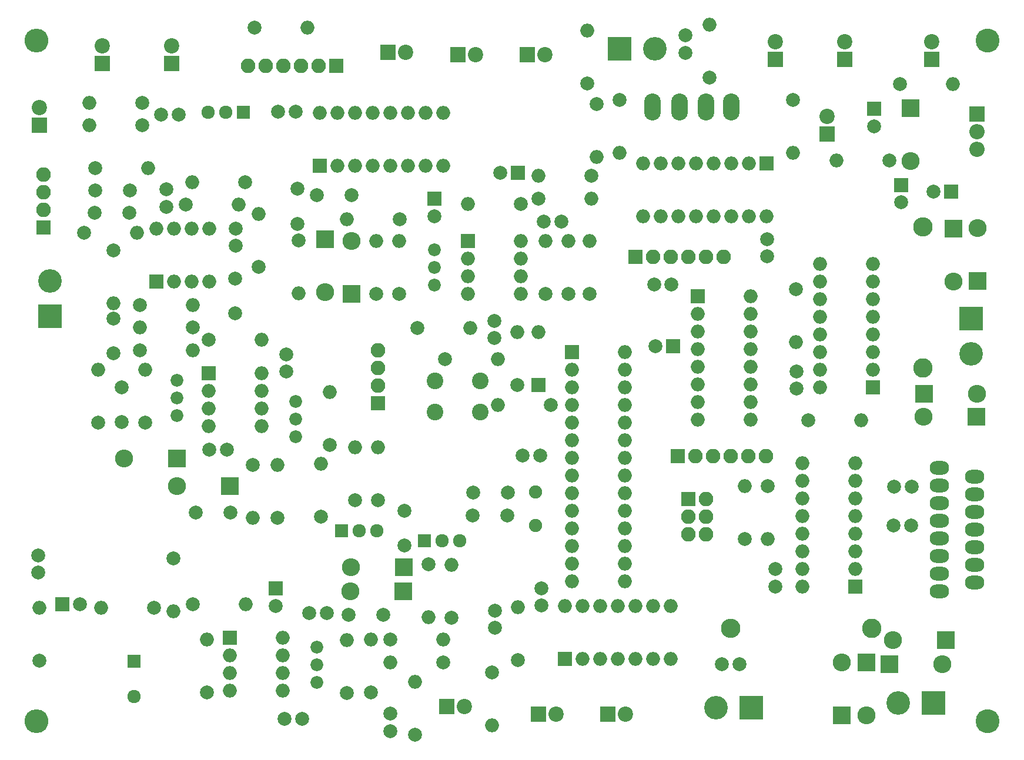
<source format=gbr>
G04 #@! TF.FileFunction,Soldermask,Top*
%FSLAX46Y46*%
G04 Gerber Fmt 4.6, Leading zero omitted, Abs format (unit mm)*
G04 Created by KiCad (PCBNEW 4.0.7) date 09/23/21 19:20:18*
%MOMM*%
%LPD*%
G01*
G04 APERTURE LIST*
%ADD10C,0.100000*%
%ADD11R,2.000000X2.000000*%
%ADD12O,2.000000X2.000000*%
%ADD13C,2.000000*%
%ADD14C,2.800000*%
%ADD15O,2.800000X2.800000*%
%ADD16O,2.400000X3.900000*%
%ADD17R,2.600000X2.600000*%
%ADD18O,2.600000X2.600000*%
%ADD19R,2.200000X2.200000*%
%ADD20C,2.200000*%
%ADD21R,3.400000X3.400000*%
%ADD22C,3.400000*%
%ADD23R,2.100000X2.100000*%
%ADD24O,2.100000X2.100000*%
%ADD25R,1.924000X1.924000*%
%ADD26C,1.924000*%
%ADD27C,1.920000*%
%ADD28R,1.920000X1.920000*%
%ADD29C,1.840000*%
%ADD30C,2.400000*%
%ADD31O,2.200000X2.200000*%
%ADD32O,2.800000X2.000000*%
%ADD33C,1.900000*%
%ADD34C,3.448000*%
%ADD35O,3.448000X3.448000*%
G04 APERTURE END LIST*
D10*
D11*
X135120000Y-132040000D03*
D12*
X150360000Y-124420000D03*
X137660000Y-132040000D03*
X147820000Y-124420000D03*
X140200000Y-132040000D03*
X145280000Y-124420000D03*
X142740000Y-132040000D03*
X142740000Y-124420000D03*
X145280000Y-132040000D03*
X140200000Y-124420000D03*
X147820000Y-132040000D03*
X137660000Y-124420000D03*
X150360000Y-132040000D03*
X135120000Y-124420000D03*
D13*
X118800000Y-126090000D03*
D12*
X118800000Y-118470000D03*
D11*
X76310000Y-77720000D03*
D12*
X83930000Y-70100000D03*
X78850000Y-77720000D03*
X81390000Y-70100000D03*
X81390000Y-77720000D03*
X78850000Y-70100000D03*
X83930000Y-77720000D03*
X76310000Y-70100000D03*
D14*
X179340000Y-127670000D03*
D15*
X159020000Y-127670000D03*
D16*
X151666000Y-52578000D03*
X147716000Y-52578000D03*
X155416000Y-52578000D03*
X159116000Y-52578000D03*
D11*
X183600000Y-63800000D03*
D13*
X183600000Y-66300000D03*
X124968000Y-85852000D03*
X124968000Y-83352000D03*
D11*
X179675000Y-52800000D03*
D13*
X179675000Y-55300000D03*
X131550000Y-102775000D03*
X129050000Y-102775000D03*
X168450000Y-93140000D03*
X168450000Y-90640000D03*
X165400000Y-121590000D03*
X165400000Y-119090000D03*
X121880000Y-108050000D03*
X126880000Y-108050000D03*
X121840000Y-111400000D03*
X126840000Y-111400000D03*
X184990000Y-112850000D03*
X182490000Y-112850000D03*
X98298000Y-125476000D03*
X100798000Y-125476000D03*
X147970000Y-78120000D03*
X150470000Y-78120000D03*
D11*
X62738000Y-124206000D03*
D13*
X65238000Y-124206000D03*
D11*
X128330000Y-62030000D03*
D13*
X125830000Y-62030000D03*
D11*
X93472000Y-121920000D03*
D13*
X93472000Y-124420000D03*
X103990000Y-125730000D03*
X108990000Y-125730000D03*
X112014000Y-110744000D03*
X112014000Y-115744000D03*
X164290000Y-71570000D03*
X164290000Y-74070000D03*
X59280000Y-119630000D03*
X59280000Y-117130000D03*
X132080000Y-69088000D03*
X134580000Y-69088000D03*
D11*
X150680000Y-87010000D03*
D13*
X148180000Y-87010000D03*
D11*
X116332000Y-65786000D03*
D13*
X116332000Y-68286000D03*
X104380000Y-65270000D03*
X99380000Y-65270000D03*
X96620000Y-69350000D03*
X96620000Y-64350000D03*
X77760000Y-66920000D03*
X77760000Y-64420000D03*
X94996000Y-90678000D03*
X94996000Y-88178000D03*
X70070000Y-83020000D03*
X70070000Y-88020000D03*
X87630000Y-82296000D03*
X87630000Y-77296000D03*
X71300000Y-97960000D03*
X71300000Y-92960000D03*
X86410000Y-101880000D03*
X83910000Y-101880000D03*
X81980000Y-110980000D03*
X86980000Y-110980000D03*
D11*
X131350000Y-92570000D03*
D12*
X131350000Y-84950000D03*
D17*
X184900000Y-52730000D03*
D18*
X184900000Y-60350000D03*
D19*
X172920000Y-56410000D03*
D20*
X172920000Y-53870000D03*
D17*
X191110000Y-70070000D03*
D18*
X191110000Y-77690000D03*
D17*
X194600000Y-77620000D03*
D18*
X194600000Y-70000000D03*
D17*
X178562000Y-132588000D03*
D18*
X178562000Y-140208000D03*
D17*
X175006000Y-140208000D03*
D18*
X175006000Y-132588000D03*
D17*
X186860000Y-93820000D03*
D18*
X194480000Y-93820000D03*
D17*
X194410000Y-97180000D03*
D18*
X186790000Y-97180000D03*
D17*
X181864000Y-132842000D03*
D18*
X189484000Y-132842000D03*
D17*
X190000000Y-129300000D03*
D18*
X182380000Y-129300000D03*
D19*
X175450000Y-45710000D03*
D20*
X175450000Y-43170000D03*
D19*
X131280000Y-139980000D03*
D20*
X133820000Y-139980000D03*
D19*
X68500000Y-46280000D03*
D20*
X68500000Y-43740000D03*
D19*
X119720000Y-45000000D03*
D20*
X122260000Y-45000000D03*
D21*
X143002000Y-44196000D03*
D22*
X148082000Y-44196000D03*
D23*
X108240000Y-95190000D03*
D24*
X108240000Y-92650000D03*
X108240000Y-90110000D03*
X108240000Y-87570000D03*
D23*
X152925000Y-109050000D03*
D24*
X155465000Y-109050000D03*
X152925000Y-111590000D03*
X155465000Y-111590000D03*
X152925000Y-114130000D03*
X155465000Y-114130000D03*
D21*
X193610000Y-83050000D03*
D22*
X193610000Y-88130000D03*
D21*
X188214000Y-138430000D03*
D22*
X183134000Y-138430000D03*
D21*
X161960000Y-139070000D03*
D22*
X156880000Y-139070000D03*
D21*
X60970000Y-82700000D03*
D22*
X60970000Y-77620000D03*
D25*
X73100000Y-132410000D03*
D26*
X73100000Y-137490000D03*
D19*
X118110000Y-138938000D03*
D20*
X120650000Y-138938000D03*
D19*
X187960000Y-45720000D03*
D20*
X187960000Y-43180000D03*
D19*
X59450000Y-55175000D03*
D20*
X59450000Y-52635000D03*
D19*
X109610000Y-44650000D03*
D20*
X112150000Y-44650000D03*
D19*
X165430000Y-45710000D03*
D20*
X165430000Y-43170000D03*
D19*
X141290000Y-139980000D03*
D20*
X143830000Y-139980000D03*
D19*
X78500000Y-46280000D03*
D20*
X78500000Y-43740000D03*
D19*
X129730000Y-45000000D03*
D20*
X132270000Y-45000000D03*
D27*
X117400000Y-115060000D03*
X119940000Y-115060000D03*
D28*
X114860000Y-115060000D03*
D27*
X105465000Y-113550000D03*
X108005000Y-113550000D03*
D28*
X102925000Y-113550000D03*
D13*
X113860000Y-84380000D03*
D12*
X121480000Y-84380000D03*
D13*
X117856000Y-88900000D03*
D12*
X125476000Y-88900000D03*
D13*
X128240000Y-92590000D03*
D12*
X128240000Y-84970000D03*
D13*
X181825000Y-60275000D03*
D12*
X174205000Y-60275000D03*
D13*
X59436000Y-132334000D03*
D12*
X59436000Y-124714000D03*
D13*
X138938000Y-62484000D03*
D12*
X131318000Y-62484000D03*
D13*
X131318000Y-65786000D03*
D12*
X138938000Y-65786000D03*
D13*
X75946000Y-124714000D03*
D12*
X68326000Y-124714000D03*
D13*
X83566000Y-136906000D03*
D12*
X83566000Y-129286000D03*
D13*
X78740000Y-117602000D03*
D12*
X78740000Y-125222000D03*
D14*
X186690000Y-90170000D03*
D15*
X186690000Y-69850000D03*
D13*
X164338000Y-107188000D03*
D12*
X164338000Y-114808000D03*
D13*
X81534000Y-124206000D03*
D12*
X89154000Y-124206000D03*
D13*
X170190000Y-97690000D03*
D12*
X177810000Y-97690000D03*
D13*
X103750000Y-136970000D03*
D12*
X103750000Y-129350000D03*
D13*
X107188000Y-136906000D03*
D12*
X107188000Y-129286000D03*
D13*
X115500000Y-118380000D03*
D12*
X115500000Y-126000000D03*
D13*
X117602000Y-132588000D03*
D12*
X109982000Y-132588000D03*
D13*
X168420000Y-78820000D03*
D12*
X168420000Y-86440000D03*
D13*
X109982000Y-129286000D03*
D12*
X117602000Y-129286000D03*
D13*
X138340000Y-49130000D03*
D12*
X138340000Y-41510000D03*
D13*
X111340000Y-68700000D03*
D12*
X103720000Y-68700000D03*
D13*
X74270000Y-51920000D03*
D12*
X66650000Y-51920000D03*
D13*
X124610000Y-133970000D03*
D12*
X124610000Y-141590000D03*
D13*
X83820000Y-86106000D03*
D12*
X91440000Y-86106000D03*
D13*
X155990000Y-48340000D03*
D12*
X155990000Y-40720000D03*
D13*
X90424000Y-41148000D03*
D12*
X98044000Y-41148000D03*
D13*
X74290000Y-55170000D03*
D12*
X66670000Y-55170000D03*
D13*
X183388000Y-49276000D03*
D12*
X191008000Y-49276000D03*
D13*
X113500000Y-143000000D03*
D12*
X113500000Y-135380000D03*
D13*
X167950000Y-51520000D03*
D12*
X167950000Y-59140000D03*
D13*
X161036000Y-114808000D03*
D12*
X161036000Y-107188000D03*
D13*
X139710000Y-52120000D03*
D12*
X139710000Y-59740000D03*
D13*
X143002000Y-51562000D03*
D12*
X143002000Y-59182000D03*
D13*
X138684000Y-79502000D03*
D12*
X138684000Y-71882000D03*
D13*
X132334000Y-79502000D03*
D12*
X132334000Y-71882000D03*
D13*
X135636000Y-79502000D03*
D12*
X135636000Y-71882000D03*
D13*
X128778000Y-66548000D03*
D12*
X121158000Y-66548000D03*
D13*
X111252000Y-79502000D03*
D12*
X111252000Y-71882000D03*
D13*
X107950000Y-79502000D03*
D12*
X107950000Y-71882000D03*
D13*
X96800000Y-71800000D03*
D12*
X96800000Y-79420000D03*
D13*
X70100000Y-73190000D03*
D12*
X70100000Y-80810000D03*
D13*
X80550000Y-66610000D03*
D12*
X88170000Y-66610000D03*
D13*
X89100000Y-63370000D03*
D12*
X81480000Y-63370000D03*
D13*
X90980000Y-75550000D03*
D12*
X90980000Y-67930000D03*
D13*
X73950000Y-81040000D03*
D12*
X81570000Y-81040000D03*
D13*
X81530000Y-84320000D03*
D12*
X73910000Y-84320000D03*
D13*
X67920000Y-97990000D03*
D12*
X67920000Y-90370000D03*
D13*
X74676000Y-98044000D03*
D12*
X74676000Y-90424000D03*
D13*
X73914000Y-87630000D03*
D12*
X81534000Y-87630000D03*
D13*
X90170000Y-104140000D03*
D12*
X90170000Y-111760000D03*
D13*
X93726000Y-111760000D03*
D12*
X93726000Y-104140000D03*
D13*
X99970000Y-111560000D03*
D12*
X99970000Y-103940000D03*
D13*
X101250000Y-101250000D03*
D12*
X101250000Y-93630000D03*
D13*
X104902000Y-109220000D03*
D12*
X104902000Y-101600000D03*
D13*
X108204000Y-109220000D03*
D12*
X108204000Y-101600000D03*
D29*
X99410000Y-130310000D03*
X99410000Y-132850000D03*
X99410000Y-135390000D03*
X116332000Y-73152000D03*
X116332000Y-75692000D03*
X116332000Y-78232000D03*
X79248000Y-91948000D03*
X79248000Y-94488000D03*
X79248000Y-97028000D03*
X96340000Y-94940000D03*
X96340000Y-97480000D03*
X96340000Y-100020000D03*
D30*
X122936000Y-92020000D03*
X122936000Y-96520000D03*
X116436000Y-92020000D03*
X116436000Y-96520000D03*
D11*
X136144000Y-87884000D03*
D12*
X143764000Y-120904000D03*
X136144000Y-90424000D03*
X143764000Y-118364000D03*
X136144000Y-92964000D03*
X143764000Y-115824000D03*
X136144000Y-95504000D03*
X143764000Y-113284000D03*
X136144000Y-98044000D03*
X143764000Y-110744000D03*
X136144000Y-100584000D03*
X143764000Y-108204000D03*
X136144000Y-103124000D03*
X143764000Y-105664000D03*
X136144000Y-105664000D03*
X143764000Y-103124000D03*
X136144000Y-108204000D03*
X143764000Y-100584000D03*
X136144000Y-110744000D03*
X143764000Y-98044000D03*
X136144000Y-113284000D03*
X143764000Y-95504000D03*
X136144000Y-115824000D03*
X143764000Y-92964000D03*
X136144000Y-118364000D03*
X143764000Y-90424000D03*
X136144000Y-120904000D03*
X143764000Y-87884000D03*
D19*
X194450000Y-53600000D03*
D31*
X194450000Y-56140000D03*
X194450000Y-58680000D03*
D11*
X176940000Y-121620000D03*
D12*
X169320000Y-103840000D03*
X176940000Y-119080000D03*
X169320000Y-106380000D03*
X176940000Y-116540000D03*
X169320000Y-108920000D03*
X176940000Y-114000000D03*
X169320000Y-111460000D03*
X176940000Y-111460000D03*
X169320000Y-114000000D03*
X176940000Y-108920000D03*
X169320000Y-116540000D03*
X176940000Y-106380000D03*
X169320000Y-119080000D03*
X176940000Y-103840000D03*
X169320000Y-121620000D03*
D32*
X189050000Y-104490000D03*
X194130000Y-105760000D03*
X189050000Y-107030000D03*
X194130000Y-108300000D03*
X189050000Y-109570000D03*
X194130000Y-110840000D03*
X189050000Y-112110000D03*
X194130000Y-113380000D03*
X189050000Y-114650000D03*
X194130000Y-115920000D03*
X189050000Y-117190000D03*
X194130000Y-118460000D03*
X189050000Y-119730000D03*
X194130000Y-121000000D03*
X189050000Y-122270000D03*
D11*
X179502000Y-92960000D03*
D12*
X171882000Y-75180000D03*
X179502000Y-90420000D03*
X171882000Y-77720000D03*
X179502000Y-87880000D03*
X171882000Y-80260000D03*
X179502000Y-85340000D03*
X171882000Y-82800000D03*
X179502000Y-82800000D03*
X171882000Y-85340000D03*
X179502000Y-80260000D03*
X171882000Y-87880000D03*
X179502000Y-77720000D03*
X171882000Y-90420000D03*
X179502000Y-75180000D03*
X171882000Y-92960000D03*
D27*
X86310000Y-53340000D03*
X83770000Y-53340000D03*
D28*
X88850000Y-53340000D03*
D11*
X164210000Y-60690000D03*
D12*
X146430000Y-68310000D03*
X161670000Y-60690000D03*
X148970000Y-68310000D03*
X159130000Y-60690000D03*
X151510000Y-68310000D03*
X156590000Y-60690000D03*
X154050000Y-68310000D03*
X154050000Y-60690000D03*
X156590000Y-68310000D03*
X151510000Y-60690000D03*
X159130000Y-68310000D03*
X148970000Y-60690000D03*
X161670000Y-68310000D03*
X146430000Y-60690000D03*
X164210000Y-68310000D03*
D11*
X154240000Y-79830000D03*
D12*
X161860000Y-97610000D03*
X154240000Y-82370000D03*
X161860000Y-95070000D03*
X154240000Y-84910000D03*
X161860000Y-92530000D03*
X154240000Y-87450000D03*
X161860000Y-89990000D03*
X154240000Y-89990000D03*
X161860000Y-87450000D03*
X154240000Y-92530000D03*
X161860000Y-84910000D03*
X154240000Y-95070000D03*
X161860000Y-82370000D03*
X154240000Y-97610000D03*
X161860000Y-79830000D03*
D11*
X99820000Y-61040000D03*
D12*
X117600000Y-53420000D03*
X102360000Y-61040000D03*
X115060000Y-53420000D03*
X104900000Y-61040000D03*
X112520000Y-53420000D03*
X107440000Y-61040000D03*
X109980000Y-53420000D03*
X109980000Y-61040000D03*
X107440000Y-53420000D03*
X112520000Y-61040000D03*
X104900000Y-53420000D03*
X115060000Y-61040000D03*
X102360000Y-53420000D03*
X117600000Y-61040000D03*
X99820000Y-53420000D03*
D33*
X130870000Y-112850000D03*
X130870000Y-107970000D03*
D13*
X185070000Y-107260000D03*
X182570000Y-107260000D03*
D11*
X190754000Y-64770000D03*
D13*
X188254000Y-64770000D03*
D34*
X196000000Y-43000000D03*
X196000000Y-141000000D03*
D35*
X59000000Y-43000000D03*
X59000000Y-141000000D03*
D13*
X96310000Y-53230000D03*
X93810000Y-53230000D03*
D23*
X151400000Y-102800000D03*
D24*
X153940000Y-102800000D03*
X156480000Y-102800000D03*
X159020000Y-102800000D03*
X161560000Y-102800000D03*
X164100000Y-102800000D03*
D23*
X145288000Y-74168000D03*
D24*
X147828000Y-74168000D03*
X150368000Y-74168000D03*
X152908000Y-74168000D03*
X155448000Y-74168000D03*
X157988000Y-74168000D03*
D23*
X102220000Y-46630000D03*
D24*
X99680000Y-46630000D03*
X97140000Y-46630000D03*
X94600000Y-46630000D03*
X92060000Y-46630000D03*
X89520000Y-46630000D03*
D17*
X111880000Y-122310000D03*
D18*
X104260000Y-122310000D03*
D17*
X111900000Y-118810000D03*
D18*
X104280000Y-118810000D03*
D17*
X100600000Y-71600000D03*
D18*
X100600000Y-79220000D03*
D17*
X104394000Y-79502000D03*
D18*
X104394000Y-71882000D03*
D17*
X79210000Y-103170000D03*
D18*
X71590000Y-103170000D03*
D17*
X86868000Y-107188000D03*
D18*
X79248000Y-107188000D03*
D11*
X86868000Y-129032000D03*
D12*
X94488000Y-136652000D03*
X86868000Y-131572000D03*
X94488000Y-134112000D03*
X86868000Y-134112000D03*
X94488000Y-131572000D03*
X86868000Y-136652000D03*
X94488000Y-129032000D03*
D11*
X121158000Y-71882000D03*
D12*
X128778000Y-79502000D03*
X121158000Y-74422000D03*
X128778000Y-76962000D03*
X121158000Y-76962000D03*
X128778000Y-74422000D03*
X121158000Y-79502000D03*
X128778000Y-71882000D03*
D11*
X83820000Y-90932000D03*
D12*
X91440000Y-98552000D03*
X83820000Y-93472000D03*
X91440000Y-96012000D03*
X83820000Y-96012000D03*
X91440000Y-93472000D03*
X83820000Y-98552000D03*
X91440000Y-90932000D03*
D13*
X109982000Y-139954000D03*
X109982000Y-142454000D03*
X152500000Y-42250000D03*
X152500000Y-44750000D03*
X77000000Y-53640000D03*
X79500000Y-53640000D03*
X87700000Y-70050000D03*
X87700000Y-72550000D03*
X94742000Y-140716000D03*
X97242000Y-140716000D03*
X133096000Y-95504000D03*
D12*
X125476000Y-95504000D03*
D13*
X67440000Y-64580000D03*
X72440000Y-64580000D03*
X67420000Y-67780000D03*
X72420000Y-67780000D03*
D23*
X60010000Y-69910000D03*
D24*
X60010000Y-67370000D03*
X60010000Y-64830000D03*
X60010000Y-62290000D03*
D13*
X65910000Y-70660000D03*
D12*
X73530000Y-70660000D03*
D13*
X67440000Y-61330000D03*
D12*
X75060000Y-61330000D03*
D13*
X157734000Y-132842000D03*
X160234000Y-132842000D03*
X131730000Y-124380000D03*
X131730000Y-121880000D03*
X125090000Y-125070000D03*
X125090000Y-127570000D03*
X128340000Y-132200000D03*
D12*
X128340000Y-124580000D03*
M02*

</source>
